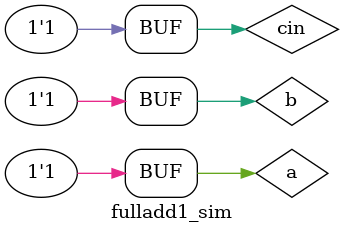
<source format=v>
`timescale 1ns / 1ps


`timescale 1ns / 1ps  
module fulladd1_sim( ); 
    //input 
    reg a = 0,b = 0;  
    reg cin= 0; //±ØÐëÎª 0 
    //output 
    wire sum,cout; 
    fulladd1 U1(.a(a),.b(b),.cin(cin),.sum(sum),.cout(cout));  
    initial begin 
    #20 begin a = 0;b = 0; cin= 1;end 
    #20 begin a = 0;b = 1; cin= 0;end 
    #20 begin a = 0;b = 1; cin= 1;end 
    #20 begin a = 1;b = 0; cin= 0;end 
    #20 begin a = 1;b = 0; cin= 1;end 
    #20 begin a = 1;b = 1; cin= 0;end 
    #20 begin a = 1;b = 1; cin= 1;end 
    end 
endmodule

</source>
